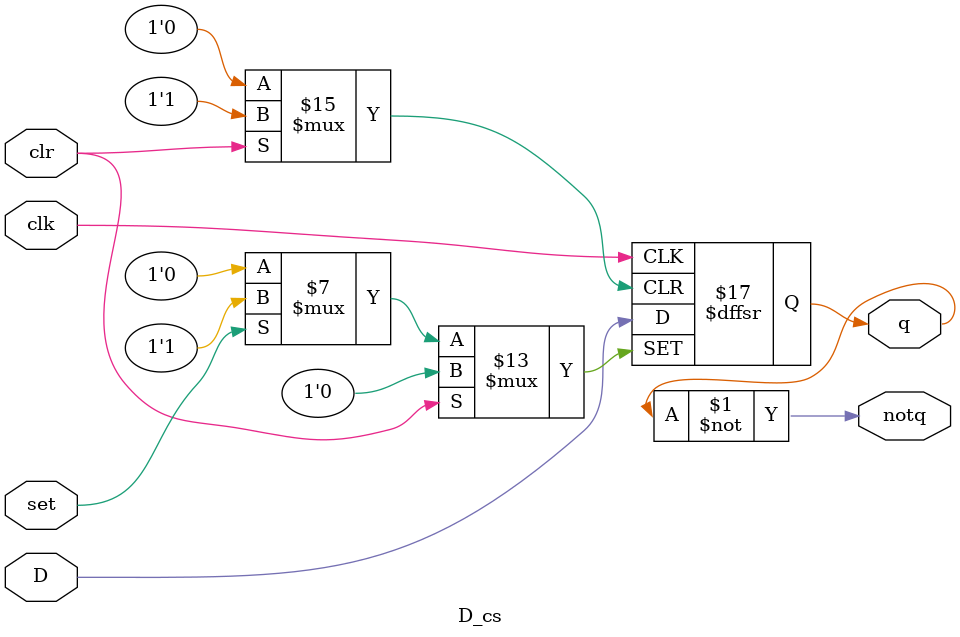
<source format=sv>
module D_cs(input  logic clk, clr, set, 
            input  logic D,   
            output logic q,  notq );

    assign notq = ~q;
    
    always_ff @(posedge clk, posedge clr, posedge set)
    // always @(posedge clk, posedge clr, posedge set)
    if(set == 1) 
        q <= 1;
    else if(clr == 1)
        q <= 0;
    else
        q <= D;
endmodule
</source>
